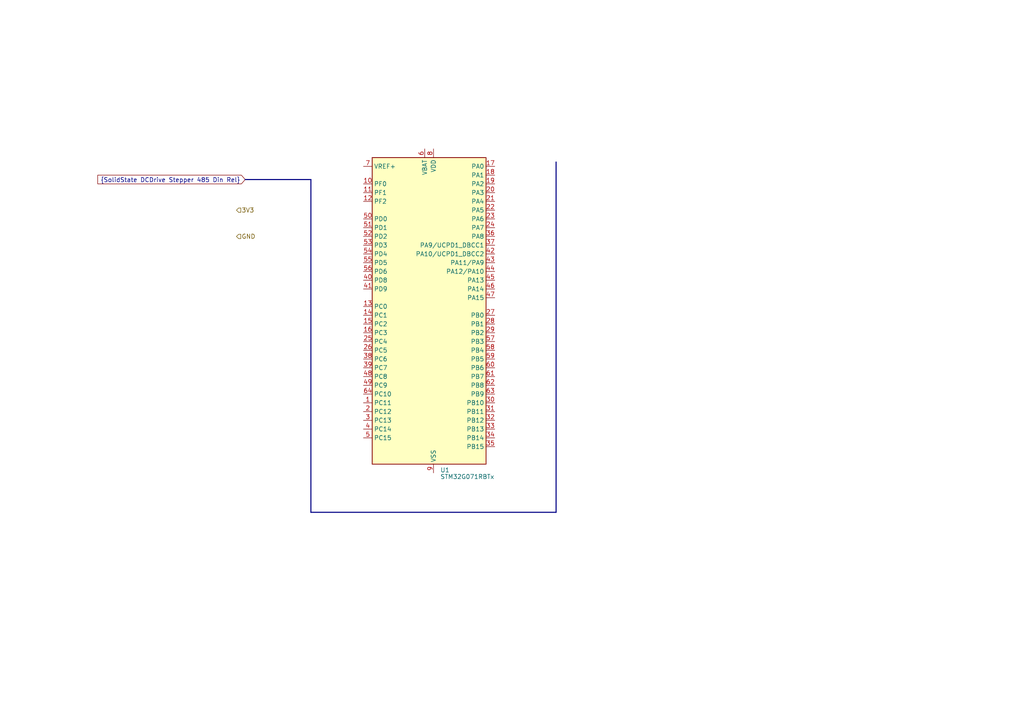
<source format=kicad_sch>
(kicad_sch (version 20230121) (generator eeschema)
  (paper "A4")
  (lib_symbols
    (symbol "MCU_ST_STM32G0:STM32G071RBTx"
      (property "Reference" "U" (at -15.24 46.99 0))
      (property "Value" "STM32G071RBTx" (at 5.08 46.99 0))
      (symbol "STM32G071RBTx_0_1"
        (rectangle (start -15.24 -43.18) (end 17.78 45.72) (stroke (width 0.254)) (fill (type background)))
      )
      (symbol "STM32G071RBTx_1_1"
        (pin bidirectional line (at -17.78 -25.4 0) (length 2.54) (name "PC11") (number "1"))
        (pin bidirectional line (at -17.78 38.1 0) (length 2.54) (name "PF0") (number "10"))
        (pin bidirectional line (at -17.78 35.56 0) (length 2.54) (name "PF1") (number "11"))
        (pin bidirectional line (at -17.78 33.02 0) (length 2.54) (name "PF2") (number "12"))
        (pin bidirectional line (at -17.78 2.54 0) (length 2.54) (name "PC0") (number "13"))
        (pin bidirectional line (at -17.78 0 0) (length 2.54) (name "PC1") (number "14"))
        (pin bidirectional line (at -17.78 -2.54 0) (length 2.54) (name "PC2") (number "15"))
        (pin bidirectional line (at -17.78 -5.08 0) (length 2.54) (name "PC3") (number "16"))
        (pin bidirectional line (at 20.32 43.18 180) (length 2.54) (name "PA0") (number "17"))
        (pin bidirectional line (at 20.32 40.64 180) (length 2.54) (name "PA1") (number "18"))
        (pin bidirectional line (at 20.32 38.1 180) (length 2.54) (name "PA2") (number "19"))
        (pin bidirectional line (at -17.78 -27.94 0) (length 2.54) (name "PC12") (number "2"))
        (pin bidirectional line (at 20.32 35.56 180) (length 2.54) (name "PA3") (number "20"))
        (pin bidirectional line (at 20.32 33.02 180) (length 2.54) (name "PA4") (number "21"))
        (pin bidirectional line (at 20.32 30.48 180) (length 2.54) (name "PA5") (number "22"))
        (pin bidirectional line (at 20.32 27.94 180) (length 2.54) (name "PA6") (number "23"))
        (pin bidirectional line (at 20.32 25.4 180) (length 2.54) (name "PA7") (number "24"))
        (pin bidirectional line (at -17.78 -7.62 0) (length 2.54) (name "PC4") (number "25"))
        (pin bidirectional line (at -17.78 -10.16 0) (length 2.54) (name "PC5") (number "26"))
        (pin bidirectional line (at 20.32 0 180) (length 2.54) (name "PB0") (number "27"))
        (pin bidirectional line (at 20.32 -2.54 180) (length 2.54) (name "PB1") (number "28"))
        (pin bidirectional line (at 20.32 -5.08 180) (length 2.54) (name "PB2") (number "29"))
        (pin bidirectional line (at -17.78 -30.48 0) (length 2.54) (name "PC13") (number "3"))
        (pin bidirectional line (at 20.32 -25.4 180) (length 2.54) (name "PB10") (number "30"))
        (pin bidirectional line (at 20.32 -27.94 180) (length 2.54) (name "PB11") (number "31"))
        (pin bidirectional line (at 20.32 -30.48 180) (length 2.54) (name "PB12") (number "32"))
        (pin bidirectional line (at 20.32 -33.02 180) (length 2.54) (name "PB13") (number "33"))
        (pin bidirectional line (at 20.32 -35.56 180) (length 2.54) (name "PB14") (number "34"))
        (pin bidirectional line (at 20.32 -38.1 180) (length 2.54) (name "PB15") (number "35"))
        (pin bidirectional line (at 20.32 22.86 180) (length 2.54) (name "PA8") (number "36"))
        (pin bidirectional line (at 20.32 20.32 180) (length 2.54) (name "PA9/UCPD1_DBCC1") (number "37"))
        (pin bidirectional line (at -17.78 -12.7 0) (length 2.54) (name "PC6") (number "38"))
        (pin bidirectional line (at -17.78 -15.24 0) (length 2.54) (name "PC7") (number "39"))
        (pin bidirectional line (at -17.78 -33.02 0) (length 2.54) (name "PC14") (number "4"))
        (pin bidirectional line (at -17.78 10.16 0) (length 2.54) (name "PD8") (number "40"))
        (pin bidirectional line (at -17.78 7.62 0) (length 2.54) (name "PD9") (number "41"))
        (pin bidirectional line (at 20.32 17.78 180) (length 2.54) (name "PA10/UCPD1_DBCC2") (number "42"))
        (pin bidirectional line (at 20.32 15.24 180) (length 2.54) (name "PA11/PA9") (number "43"))
        (pin bidirectional line (at 20.32 12.7 180) (length 2.54) (name "PA12/PA10") (number "44"))
        (pin bidirectional line (at 20.32 10.16 180) (length 2.54) (name "PA13") (number "45"))
        (pin bidirectional line (at 20.32 7.62 180) (length 2.54) (name "PA14") (number "46"))
        (pin bidirectional line (at 20.32 5.08 180) (length 2.54) (name "PA15") (number "47"))
        (pin bidirectional line (at -17.78 -17.78 0) (length 2.54) (name "PC8") (number "48"))
        (pin bidirectional line (at -17.78 -20.32 0) (length 2.54) (name "PC9") (number "49"))
        (pin bidirectional line (at -17.78 -35.56 0) (length 2.54) (name "PC15") (number "5"))
        (pin bidirectional line (at -17.78 27.94 0) (length 2.54) (name "PD0") (number "50"))
        (pin bidirectional line (at -17.78 25.4 0) (length 2.54) (name "PD1") (number "51"))
        (pin bidirectional line (at -17.78 22.86 0) (length 2.54) (name "PD2") (number "52"))
        (pin bidirectional line (at -17.78 20.32 0) (length 2.54) (name "PD3") (number "53"))
        (pin bidirectional line (at -17.78 17.78 0) (length 2.54) (name "PD4") (number "54"))
        (pin bidirectional line (at -17.78 15.24 0) (length 2.54) (name "PD5") (number "55"))
        (pin bidirectional line (at -17.78 12.7 0) (length 2.54) (name "PD6") (number "56"))
        (pin bidirectional line (at 20.32 -7.62 180) (length 2.54) (name "PB3") (number "57"))
        (pin bidirectional line (at 20.32 -10.16 180) (length 2.54) (name "PB4") (number "58"))
        (pin bidirectional line (at 20.32 -12.7 180) (length 2.54) (name "PB5") (number "59"))
        (pin power_in line (at 0 48.26 270) (length 2.54) (name "VBAT") (number "6"))
        (pin bidirectional line (at 20.32 -15.24 180) (length 2.54) (name "PB6") (number "60"))
        (pin bidirectional line (at 20.32 -17.78 180) (length 2.54) (name "PB7") (number "61"))
        (pin bidirectional line (at 20.32 -20.32 180) (length 2.54) (name "PB8") (number "62"))
        (pin bidirectional line (at 20.32 -22.86 180) (length 2.54) (name "PB9") (number "63"))
        (pin bidirectional line (at -17.78 -22.86 0) (length 2.54) (name "PC10") (number "64"))
        (pin input line (at -17.78 43.18 0) (length 2.54) (name "VREF+") (number "7"))
        (pin power_in line (at 2.54 48.26 270) (length 2.54) (name "VDD") (number "8"))
        (pin power_in line (at 2.54 -45.72 90) (length 2.54) (name "VSS") (number "9"))
      )
    )
  )
  (bus (pts (xy 71.12 52.07) (xy 90.17 52.07)))
  (bus (pts (xy 90.17 52.07) (xy 90.17 148.59)))
  (bus (pts (xy 161.29 46.99) (xy 161.29 148.59)))
  (bus (pts (xy 90.17 148.59) (xy 161.29 148.59)))
  (global_label "{SolidState DCDrive Stepper 485 Din Rel}" (shape input) (at 71.12 52.07 180) (property "Intersheetrefs" "${INTERSHEET_REFS}" (effects hide)))
  (hierarchical_label "GND" (shape input) (at 68.58 68.58 0))
  (hierarchical_label "3V3" (shape input) (at 68.58 60.96 0))
  (symbol (lib_id "MCU_ST_STM32G0:STM32G071RBTx") (at 123.19 91.44 0) (unit 1)
    (property "Reference" "U1" (at 127.6859 136.3425 0) (effects (justify left)))
    (property "Value" "STM32G071RBTx" (at 127.6859 138.2635 0) (effects (justify left)))
    (property "Footprint" "Package_QFP:LQFP-64_10x10mm_P0.5mm" (effects hide))
    (property "Datasheet" "https://www.st.com/resource/en/datasheet/stm32g071rb.pdf" (effects hide))
    (instances (project "rollo control" (path "" (reference "U1") (unit 1)) (path "" (reference "U2") (unit 1))))
  )
)
</source>
